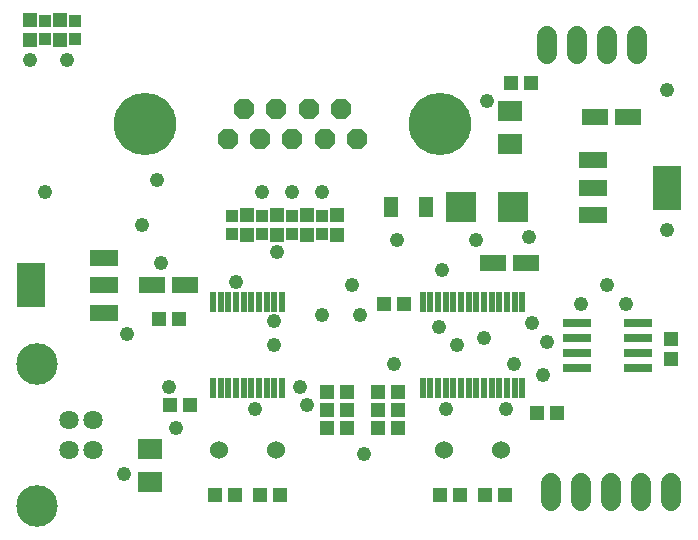
<source format=gts>
G75*
%MOIN*%
%OFA0B0*%
%FSLAX25Y25*%
%IPPOS*%
%LPD*%
%AMOC8*
5,1,8,0,0,1.08239X$1,22.5*
%
%ADD10R,0.05131X0.04737*%
%ADD11R,0.08674X0.05524*%
%ADD12R,0.04737X0.05131*%
%ADD13C,0.06800*%
%ADD14R,0.10249X0.10249*%
%ADD15R,0.02375X0.06706*%
%ADD16R,0.07887X0.07099*%
%ADD17R,0.09599X0.05599*%
%ADD18R,0.09461X0.14973*%
%ADD19R,0.03950X0.03950*%
%ADD20R,0.09461X0.03162*%
%ADD21R,0.04737X0.07099*%
%ADD22C,0.06000*%
%ADD23C,0.13855*%
%ADD24C,0.06422*%
%ADD25OC8,0.06800*%
%ADD26C,0.20800*%
%ADD27C,0.04762*%
D10*
X0085609Y0051800D03*
X0092302Y0051800D03*
X0100609Y0021800D03*
X0107302Y0021800D03*
X0115609Y0021800D03*
X0122302Y0021800D03*
X0138109Y0044300D03*
X0144802Y0044300D03*
X0155109Y0044300D03*
X0161802Y0044300D03*
X0175609Y0021800D03*
X0182302Y0021800D03*
X0190609Y0021800D03*
X0197302Y0021800D03*
X0208109Y0049300D03*
X0214802Y0049300D03*
X0163552Y0085550D03*
X0156859Y0085550D03*
X0141456Y0108454D03*
X0141456Y0115146D03*
X0131456Y0115146D03*
X0131456Y0108454D03*
X0121456Y0108454D03*
X0121456Y0115146D03*
X0111456Y0115146D03*
X0111456Y0108454D03*
X0088552Y0080550D03*
X0081859Y0080550D03*
X0048956Y0173454D03*
X0048956Y0180146D03*
X0038956Y0180146D03*
X0038956Y0173454D03*
X0199359Y0159300D03*
X0206052Y0159300D03*
D11*
X0227194Y0148050D03*
X0238218Y0148050D03*
X0204468Y0099300D03*
X0193444Y0099300D03*
X0090718Y0091800D03*
X0079694Y0091800D03*
D12*
X0138109Y0056300D03*
X0138109Y0050300D03*
X0144802Y0050300D03*
X0144802Y0056300D03*
X0155109Y0056300D03*
X0155109Y0050300D03*
X0161802Y0050300D03*
X0161802Y0056300D03*
X0252706Y0067204D03*
X0252706Y0073896D03*
D13*
X0252706Y0026050D02*
X0252706Y0020050D01*
X0242706Y0020050D02*
X0242706Y0026050D01*
X0232706Y0026050D02*
X0232706Y0020050D01*
X0222706Y0020050D02*
X0222706Y0026050D01*
X0212706Y0026050D02*
X0212706Y0020050D01*
X0211456Y0168800D02*
X0211456Y0174800D01*
X0221456Y0174800D02*
X0221456Y0168800D01*
X0231456Y0168800D02*
X0231456Y0174800D01*
X0241456Y0174800D02*
X0241456Y0168800D01*
D14*
X0200117Y0118050D03*
X0182794Y0118050D03*
D15*
X0182617Y0086072D03*
X0180058Y0086072D03*
X0177499Y0086072D03*
X0174940Y0086072D03*
X0172381Y0086072D03*
X0169822Y0086072D03*
X0185176Y0086072D03*
X0187735Y0086072D03*
X0190294Y0086072D03*
X0192854Y0086072D03*
X0195413Y0086072D03*
X0197972Y0086072D03*
X0200531Y0086072D03*
X0203090Y0086072D03*
X0203090Y0057528D03*
X0200531Y0057528D03*
X0197972Y0057528D03*
X0195413Y0057528D03*
X0192854Y0057528D03*
X0190294Y0057528D03*
X0187735Y0057528D03*
X0185176Y0057528D03*
X0182617Y0057528D03*
X0180058Y0057528D03*
X0177499Y0057528D03*
X0174940Y0057528D03*
X0172381Y0057528D03*
X0169822Y0057528D03*
X0122972Y0057528D03*
X0120413Y0057528D03*
X0117854Y0057528D03*
X0115294Y0057528D03*
X0112735Y0057528D03*
X0110176Y0057528D03*
X0107617Y0057528D03*
X0105058Y0057528D03*
X0102499Y0057528D03*
X0099940Y0057528D03*
X0099940Y0086072D03*
X0102499Y0086072D03*
X0105058Y0086072D03*
X0107617Y0086072D03*
X0110176Y0086072D03*
X0112735Y0086072D03*
X0115294Y0086072D03*
X0117854Y0086072D03*
X0120413Y0086072D03*
X0122972Y0086072D03*
D16*
X0078956Y0037312D03*
X0078956Y0026288D03*
X0198956Y0138788D03*
X0198956Y0149812D03*
D17*
X0226755Y0133398D03*
X0226755Y0124300D03*
X0226755Y0115202D03*
X0063657Y0100898D03*
X0063657Y0091800D03*
X0063657Y0082702D03*
D18*
X0039255Y0091800D03*
X0251157Y0124300D03*
D19*
X0136456Y0114753D03*
X0136456Y0108847D03*
X0126456Y0108847D03*
X0126456Y0114753D03*
X0116456Y0114753D03*
X0116456Y0108847D03*
X0106456Y0108847D03*
X0106456Y0114753D03*
X0053956Y0173847D03*
X0053956Y0179753D03*
X0043956Y0179753D03*
X0043956Y0173847D03*
D20*
X0221220Y0079300D03*
X0221220Y0074300D03*
X0221220Y0069300D03*
X0221220Y0064300D03*
X0241692Y0064300D03*
X0241692Y0069300D03*
X0241692Y0074300D03*
X0241692Y0079300D03*
D21*
X0171111Y0118050D03*
X0159300Y0118050D03*
D22*
X0176956Y0036800D03*
X0195956Y0036800D03*
X0120956Y0036800D03*
X0101956Y0036800D03*
D23*
X0041456Y0018099D03*
X0041456Y0065501D03*
D24*
X0052125Y0046721D03*
X0059999Y0046721D03*
X0059999Y0036879D03*
X0052125Y0036879D03*
D25*
X0104856Y0140550D03*
X0115656Y0140550D03*
X0126456Y0140550D03*
X0137256Y0140550D03*
X0148056Y0140550D03*
X0142656Y0150550D03*
X0131856Y0150550D03*
X0121056Y0150550D03*
X0110256Y0150550D03*
D26*
X0077156Y0145550D03*
X0175756Y0145550D03*
D27*
X0191456Y0153300D03*
X0187706Y0106800D03*
X0176456Y0096800D03*
X0161456Y0106800D03*
X0146456Y0091800D03*
X0148956Y0081800D03*
X0136456Y0081800D03*
X0120456Y0079800D03*
X0120206Y0071800D03*
X0128956Y0058050D03*
X0131456Y0051800D03*
X0113956Y0050550D03*
X0087706Y0044300D03*
X0085206Y0058050D03*
X0071456Y0075550D03*
X0082706Y0099300D03*
X0076456Y0111800D03*
X0081456Y0126800D03*
X0116456Y0122800D03*
X0126456Y0122800D03*
X0136456Y0122800D03*
X0121456Y0103050D03*
X0107706Y0093050D03*
X0160206Y0065550D03*
X0175456Y0077800D03*
X0181456Y0071800D03*
X0190206Y0074300D03*
X0200206Y0065550D03*
X0209956Y0061800D03*
X0211456Y0073050D03*
X0206456Y0079300D03*
X0222706Y0085550D03*
X0231456Y0091800D03*
X0237706Y0085550D03*
X0251456Y0110300D03*
X0205206Y0108050D03*
X0251456Y0156800D03*
X0197706Y0050550D03*
X0177706Y0050550D03*
X0150206Y0035550D03*
X0070456Y0028800D03*
X0043956Y0123050D03*
X0038956Y0166800D03*
X0051456Y0166800D03*
M02*

</source>
